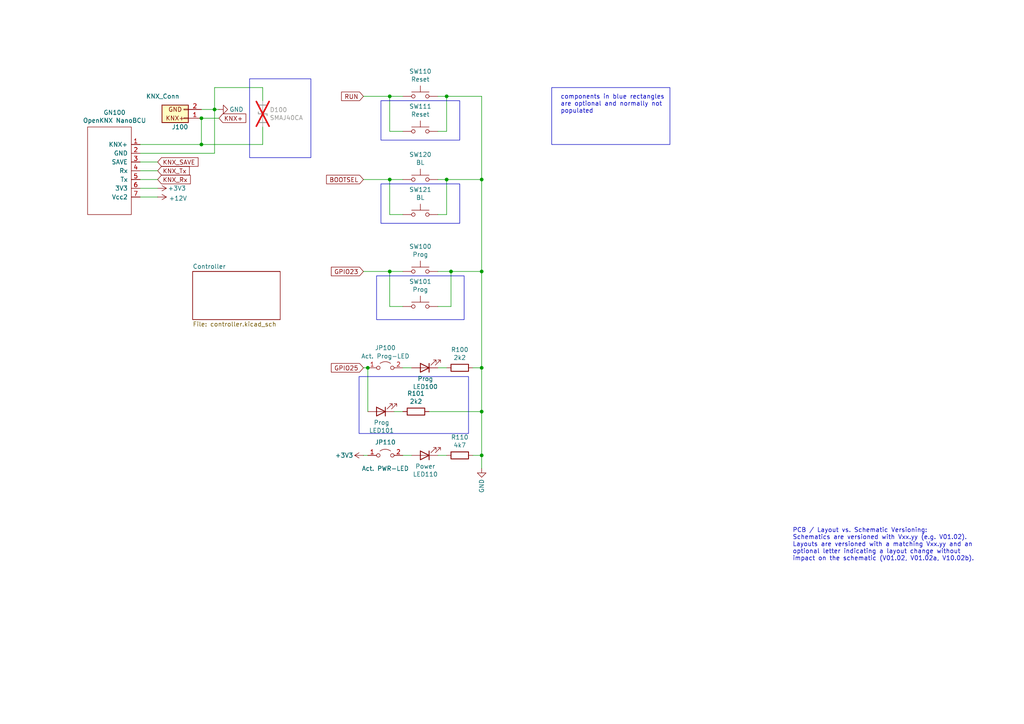
<source format=kicad_sch>
(kicad_sch (version 20231120) (generator "eeschema") (generator_version "8.0")
  (paper "A4")
  (title_block (title "REG1-Controller2040") (date "2024-12-30") (rev "V01.01") (company "OpenKNX") (comment 1 "by Ing-Dom <dom@ing-dom.de>") (comment 2 "OpenKNX Open Hardware under CC BY-NC-SA 4.0") (comment 3 "REG1-Controller with RP2040 and KNX-TP connectivity") (comment 4 "https://OpenKNX.de"))
  (lib_symbols
    (symbol "Device:D_TVS" (pin_numbers hide) (pin_names (offset 1.016) hide)
      (property "Reference" "D" (at 0 2.54 0))
      (property "Value" "D_TVS" (at 0 -2.54 0))
      (symbol "D_TVS_0_1"
        (polyline (pts (xy 1.27 0) (xy -1.27 0)))
        (polyline (pts (xy 0.508 1.27) (xy 0 1.27) (xy 0 -1.27) (xy -0.508 -1.27)) (stroke (width 0.254)))
        (polyline (pts (xy -2.54 1.27) (xy -2.54 -1.27) (xy 2.54 1.27) (xy 2.54 -1.27) (xy -2.54 1.27)) (stroke (width 0.254)))
      )
      (symbol "D_TVS_1_1"
        (pin passive line (at -3.81 0 0) (length 2.54) (name "A1") (number "1"))
        (pin passive line (at 3.81 0 180) (length 2.54) (name "A2") (number "2"))
      )
    )
    (symbol "Device:LED" (pin_numbers hide) (pin_names (offset 1.016) hide)
      (property "Reference" "D" (at 0 2.54 0))
      (property "Value" "LED" (at 0 -2.54 0))
      (symbol "LED_0_1"
        (polyline (pts (xy -1.27 -1.27) (xy -1.27 1.27)) (stroke (width 0.254)))
        (polyline (pts (xy -1.27 0) (xy 1.27 0)))
        (polyline (pts (xy 1.27 -1.27) (xy 1.27 1.27) (xy -1.27 0) (xy 1.27 -1.27)) (stroke (width 0.254)))
        (polyline (pts (xy -3.048 -0.762) (xy -4.572 -2.286) (xy -3.81 -2.286) (xy -4.572 -2.286) (xy -4.572 -1.524)))
        (polyline (pts (xy -1.778 -0.762) (xy -3.302 -2.286) (xy -2.54 -2.286) (xy -3.302 -2.286) (xy -3.302 -1.524)))
      )
      (symbol "LED_1_1"
        (pin passive line (at -3.81 0 0) (length 2.54) (name "K") (number "1"))
        (pin passive line (at 3.81 0 180) (length 2.54) (name "A") (number "2"))
      )
    )
    (symbol "Device:R" (pin_numbers hide) (pin_names (offset 0))
      (property "Reference" "R" (at 2.032 0 90))
      (property "Value" "R" (at 0 0 90))
      (symbol "R_0_1"
        (rectangle (start -1.016 -2.54) (end 1.016 2.54) (stroke (width 0.254)))
      )
      (symbol "R_1_1"
        (pin passive line (at 0 3.81 270) (length 1.27) (name "~") (number "1"))
        (pin passive line (at 0 -3.81 90) (length 1.27) (name "~") (number "2"))
      )
    )
    (symbol "Jumper:Jumper_2_Open" (pin_names (offset 0) hide)
      (property "Reference" "JP" (at 0 2.794 0))
      (property "Value" "Jumper_2_Open" (at 0 -2.286 0))
      (symbol "Jumper_2_Open_0_0"
        (circle (center -2.032 0) (radius 0.508))
        (circle (center 2.032 0) (radius 0.508))
      )
      (symbol "Jumper_2_Open_0_1"
        (arc (start 1.524 1.27) (mid 0 1.778) (end -1.524 1.27))
      )
      (symbol "Jumper_2_Open_1_1"
        (pin passive line (at -5.08 0 0) (length 2.54) (name "A") (number "1"))
        (pin passive line (at 5.08 0 180) (length 2.54) (name "B") (number "2"))
      )
    )
    (symbol "OpenKNX:Conn_KNX" (pin_names (offset 1.016) hide)
      (property "Reference" "J" (at 0 2.54 0))
      (property "Value" "Conn_KNX" (at 0 -5.08 0))
      (symbol "Conn_KNX_0_0"
        (text "GND" (at 2.54 -2.54 0) (effects (font (size 1.27 1.27))))
        (text "KNX+" (at 2.54 0 0) (effects (font (size 1.27 1.27))))
      )
      (symbol "Conn_KNX_1_1"
        (rectangle (start -1.27 -2.413) (end 0 -2.667) (stroke (width 0.1524)))
        (rectangle (start -1.27 0.127) (end 0 -0.127) (stroke (width 0.1524)))
        (rectangle (start -1.27 1.27) (end 6.35 -3.81) (stroke (width 0.254)) (fill (type background)))
        (pin passive line (at -5.08 0 0) (length 3.81) (name "Pin_1") (number "1"))
        (pin passive line (at -5.08 -2.54 0) (length 3.81) (name "Pin_2") (number "2"))
      )
    )
    (symbol "OpenKNX:OpenKNX_BCU" (pin_names (offset 1.016))
      (property "Reference" "GN" (at -5.08 13.97 0))
      (property "Value" "OpenKNX_BCU" (at -3.175 0 90))
      (symbol "OpenKNX_BCU_0_1"
        (rectangle (start 6.35 12.7) (end -6.35 -12.7))
      )
      (symbol "OpenKNX_BCU_1_1"
        (pin bidirectional line (at 8.89 7.62 180) (length 2.54) (name "KNX+") (number "1"))
        (pin bidirectional line (at 8.89 5.08 180) (length 2.54) (name "GND") (number "2"))
        (pin output line (at 8.89 2.54 180) (length 2.54) (name "SAVE") (number "3"))
        (pin input line (at 8.89 0 180) (length 2.54) (name "Rx") (number "4"))
        (pin output line (at 8.89 -2.54 180) (length 2.54) (name "Tx") (number "5"))
        (pin power_out line (at 8.89 -5.08 180) (length 2.54) (name "3V3") (number "6"))
        (pin power_out line (at 8.89 -7.62 180) (length 2.54) (name "Vcc2") (number "7"))
      )
    )
    (symbol "Switch:SW_Push" (pin_numbers hide) (pin_names (offset 1.016) hide)
      (property "Reference" "SW" (at 1.27 2.54 0))
      (property "Value" "SW_Push" (at 0 -1.524 0))
      (symbol "SW_Push_0_1"
        (circle (center -2.032 0) (radius 0.508))
        (polyline (pts (xy 0 1.27) (xy 0 3.048)))
        (polyline (pts (xy 2.54 1.27) (xy -2.54 1.27)))
        (circle (center 2.032 0) (radius 0.508))
        (pin passive line (at -5.08 0 0) (length 2.54) (name "1") (number "1"))
        (pin passive line (at 5.08 0 180) (length 2.54) (name "2") (number "2"))
      )
    )
    (symbol "power:+12V" (power) (pin_numbers hide) (pin_names (offset 0) hide)
      (property "Value" "+12V" (at 0 3.556 0))
      (symbol "+12V_0_1"
        (polyline (pts (xy -0.762 1.27) (xy 0 2.54)))
        (polyline (pts (xy 0 0) (xy 0 2.54)))
        (polyline (pts (xy 0 2.54) (xy 0.762 1.27)))
      )
      (symbol "+12V_1_1"
        (pin power_in line (at 0 0 90) (length 0) (name "~") (number "1"))
      )
    )
    (symbol "power:+3V3" (power) (pin_numbers hide) (pin_names (offset 0) hide)
      (property "Value" "+3V3" (at 0 3.556 0))
      (symbol "+3V3_0_1"
        (polyline (pts (xy -0.762 1.27) (xy 0 2.54)))
        (polyline (pts (xy 0 0) (xy 0 2.54)))
        (polyline (pts (xy 0 2.54) (xy 0.762 1.27)))
      )
      (symbol "+3V3_1_1"
        (pin power_in line (at 0 0 90) (length 0) (name "~") (number "1"))
      )
    )
    (symbol "power:GND" (power) (pin_numbers hide) (pin_names (offset 0) hide)
      (property "Value" "GND" (at 0 -3.81 0))
      (symbol "GND_0_1"
        (polyline (pts (xy 0 0) (xy 0 -1.27) (xy 1.27 -1.27) (xy 0 -2.54) (xy -1.27 -1.27) (xy 0 -1.27)))
      )
      (symbol "GND_1_1"
        (pin power_in line (at 0 0 270) (length 0) (name "~") (number "1"))
      )
    )
  )
  (junction (at 113.03 78.74))
  (junction (at 58.42 34.29))
  (junction (at 139.7 78.74))
  (junction (at 139.7 52.07))
  (junction (at 139.7 132.08))
  (junction (at 106.68 106.68))
  (junction (at 113.03 52.07))
  (junction (at 139.7 119.38))
  (junction (at 130.81 78.74))
  (junction (at 58.42 41.91))
  (junction (at 129.54 27.94))
  (junction (at 129.54 52.07))
  (junction (at 113.03 27.94))
  (junction (at 62.23 31.75))
  (junction (at 139.7 106.68))
  (wire (pts (xy 113.03 78.74) (xy 113.03 88.9)))
  (wire (pts (xy 40.64 46.99) (xy 45.72 46.99)))
  (wire (pts (xy 76.2 25.4) (xy 76.2 29.21)))
  (wire (pts (xy 127 132.08) (xy 129.54 132.08)))
  (wire (pts (xy 105.41 27.94) (xy 113.03 27.94)))
  (wire (pts (xy 113.03 52.07) (xy 113.03 62.23)))
  (wire (pts (xy 76.2 36.83) (xy 76.2 41.91)))
  (wire (pts (xy 40.64 52.07) (xy 45.72 52.07)))
  (wire (pts (xy 58.42 41.91) (xy 40.64 41.91)))
  (wire (pts (xy 139.7 27.94) (xy 139.7 52.07)))
  (wire (pts (xy 129.54 38.1) (xy 129.54 27.94)))
  (wire (pts (xy 106.68 106.68) (xy 106.68 119.38)))
  (wire (pts (xy 62.23 31.75) (xy 62.23 25.4)))
  (wire (pts (xy 116.84 132.08) (xy 119.38 132.08)))
  (wire (pts (xy 139.7 119.38) (xy 139.7 132.08)))
  (wire (pts (xy 58.42 31.75) (xy 62.23 31.75)))
  (wire (pts (xy 113.03 78.74) (xy 105.41 78.74)))
  (wire (pts (xy 129.54 62.23) (xy 129.54 52.07)))
  (wire (pts (xy 62.23 44.45) (xy 62.23 31.75)))
  (wire (pts (xy 113.03 88.9) (xy 116.84 88.9)))
  (wire (pts (xy 137.16 106.68) (xy 139.7 106.68)))
  (wire (pts (xy 116.84 78.74) (xy 113.03 78.74)))
  (wire (pts (xy 113.03 38.1) (xy 113.03 27.94)))
  (wire (pts (xy 113.03 62.23) (xy 116.84 62.23)))
  (wire (pts (xy 113.03 52.07) (xy 116.84 52.07)))
  (wire (pts (xy 62.23 25.4) (xy 76.2 25.4)))
  (wire (pts (xy 114.3 119.38) (xy 116.84 119.38)))
  (wire (pts (xy 105.41 106.68) (xy 106.68 106.68)))
  (wire (pts (xy 127 106.68) (xy 129.54 106.68)))
  (wire (pts (xy 105.41 52.07) (xy 113.03 52.07)))
  (wire (pts (xy 139.7 132.08) (xy 139.7 135.89)))
  (wire (pts (xy 127 52.07) (xy 129.54 52.07)))
  (wire (pts (xy 40.64 44.45) (xy 62.23 44.45)))
  (wire (pts (xy 76.2 41.91) (xy 58.42 41.91)))
  (wire (pts (xy 62.23 31.75) (xy 63.5 31.75)))
  (wire (pts (xy 130.81 88.9) (xy 130.81 78.74)))
  (wire (pts (xy 127 62.23) (xy 129.54 62.23)))
  (wire (pts (xy 130.81 78.74) (xy 139.7 78.74)))
  (wire (pts (xy 45.72 54.61) (xy 40.64 54.61)))
  (wire (pts (xy 105.41 132.08) (xy 106.68 132.08)))
  (wire (pts (xy 116.84 106.68) (xy 119.38 106.68)))
  (wire (pts (xy 129.54 27.94) (xy 139.7 27.94)))
  (wire (pts (xy 124.46 119.38) (xy 139.7 119.38)))
  (wire (pts (xy 116.84 38.1) (xy 113.03 38.1)))
  (wire (pts (xy 127 27.94) (xy 129.54 27.94)))
  (wire (pts (xy 129.54 52.07) (xy 139.7 52.07)))
  (wire (pts (xy 113.03 27.94) (xy 116.84 27.94)))
  (wire (pts (xy 127 78.74) (xy 130.81 78.74)))
  (wire (pts (xy 139.7 78.74) (xy 139.7 106.68)))
  (wire (pts (xy 127 38.1) (xy 129.54 38.1)))
  (wire (pts (xy 127 88.9) (xy 130.81 88.9)))
  (wire (pts (xy 139.7 52.07) (xy 139.7 78.74)))
  (wire (pts (xy 58.42 34.29) (xy 58.42 41.91)))
  (wire (pts (xy 58.42 34.29) (xy 63.5 34.29)))
  (wire (pts (xy 45.72 49.53) (xy 40.64 49.53)))
  (wire (pts (xy 139.7 119.38) (xy 139.7 106.68)))
  (wire (pts (xy 137.16 132.08) (xy 139.7 132.08)))
  (wire (pts (xy 40.64 57.15) (xy 45.72 57.15)))
  (rectangle (start 109.22 80.01) (end 134.62 92.71))
  (rectangle (start 104.14 109.22) (end 135.89 125.73))
  (rectangle (start 72.39 22.86) (end 90.17 45.72))
  (rectangle (start 110.49 29.21) (end 133.35 40.64))
  (rectangle (start 160.02 25.4) (end 194.31 41.91))
  (rectangle (start 110.49 53.34) (end 133.35 64.77))
  (text "components in blue rectangles\nare optional and normally not\npopulated" (at 162.56 33.02 0) (effects (font (size 1.27 1.27)) (justify left bottom)))
  (text "PCB / Layout vs. Schematic Versioning:\nSchematics are versioned with Vxx.yy (e.g. V01.02).\nLayouts are versioned with a matching Vxx.yy and an\noptional letter indicating a layout change without\nimpact on the schematic (V01.02, V01.02a, V10.02b)." (at 229.87 162.814 0) (effects (font (size 1.27 1.27)) (justify left bottom)))
  (global_label "KNX_SAVE" (shape input) (at 45.72 46.99 0) (property "Intersheetrefs" "${INTERSHEET_REFS}" (effects (hide yes))))
  (global_label "BOOTSEL" (shape input) (at 105.41 52.07 180) (property "Intersheetrefs" "${INTERSHEET_REFS}" (effects (hide yes))))
  (global_label "KNX+" (shape input) (at 63.5 34.29 0) (property "Intersheetrefs" "${INTERSHEET_REFS}" (effects (hide yes))))
  (global_label "GPIO23" (shape input) (at 105.41 78.74 180) (property "Intersheetrefs" "${INTERSHEET_REFS}" (effects (hide yes))))
  (global_label "KNX_Rx" (shape input) (at 45.72 52.07 0) (property "Intersheetrefs" "${INTERSHEET_REFS}" (effects (hide yes))))
  (global_label "RUN" (shape input) (at 105.41 27.94 180) (property "Intersheetrefs" "${INTERSHEET_REFS}" (effects (hide yes))))
  (global_label "KNX_Tx" (shape input) (at 45.72 49.53 0) (property "Intersheetrefs" "${INTERSHEET_REFS}" (effects (hide yes))))
  (global_label "GPIO25" (shape input) (at 105.41 106.68 180) (property "Intersheetrefs" "${INTERSHEET_REFS}" (effects (hide yes))))
  (symbol (lib_id "power:GND") (at 63.5 31.75 90) (unit 1)
    (property "Reference" "#PWR0103" (effects (hide yes)))
    (property "Value" "GND" (at 68.58 31.75 90))
    (property "Description" "Power symbol creates a global label with name \"GND\" , ground" (effects (hide yes)))
  )
  (symbol (lib_id "OpenKNX:Conn_KNX") (at 53.34 34.29 180) (unit 1) (in_bom no)
    (property "Reference" "J100" (at 54.61 36.83 0) (effects (justify left)))
    (property "Value" "KNX_Conn" (at 52.07 27.94 0) (effects (justify left)))
    (property "Footprint" "OpenKNX:KNX_Connector" (effects (hide yes)))
  )
  (symbol (lib_id "OpenKNX:OpenKNX_BCU") (at 31.75 49.53 0) (unit 1) (in_bom no)
    (property "Reference" "GN100" (at 33.2232 32.639 0))
    (property "Value" "OpenKNX NanoBCU" (at 33.2232 34.9504 0))
    (property "Footprint" "OpenKNX:NanoBCU2_Vertical_Slot_double" (effects (hide yes)))
  )
  (symbol (lib_id "power:+12V") (at 45.72 57.15 270) (unit 1)
    (property "Reference" "#PWR0102" (effects (hide yes)))
    (property "Value" "+12V" (at 48.9712 57.531 90) (effects (justify left)))
    (property "Description" "Power symbol creates a global label with name \"+12V\"" (effects (hide yes)))
  )
  (symbol (lib_id "Device:D_TVS") (at 76.2 33.02 270) (unit 1) (in_bom no) (dnp yes)
    (property "Reference" "D100" (at 78.2066 31.8516 90) (effects (justify left)))
    (property "Value" "SMAJ40CA" (at 78.2066 34.163 90) (effects (justify left)))
    (property "Footprint" "Diode_SMD:D_SMA" (effects (hide yes)))
  )
  (symbol (lib_id "Switch:SW_Push") (at 121.92 52.07 0) (unit 1)
    (property "Reference" "SW120" (at 121.92 44.831 0))
    (property "Value" "BL" (at 121.92 47.1424 0))
    (property "Footprint" "EasyEDAModLib:C455282_SW-SMD_4P-L4.2-W3.3-P2.15-LS5.1_Handsolder" (effects (hide yes)))
  )
  (symbol (lib_id "Switch:SW_Push") (at 121.92 78.74 0) (unit 1)
    (property "Reference" "SW100" (at 121.92 71.501 0))
    (property "Value" "Prog" (at 121.92 73.8124 0))
    (property "Footprint" "EasyEDAModLib:C455282_SW-SMD_4P-L4.2-W3.3-P2.15-LS5.1_Handsolder" (effects (hide yes)))
  )
  (symbol (lib_id "Device:LED") (at 123.19 106.68 180) (unit 1)
    (property "Reference" "LED100" (at 123.3678 112.1664 0))
    (property "Value" "Prog" (at 123.3678 109.855 0))
    (property "Footprint" "Diode_SMD:D_0603_1608Metric" (effects (hide yes)))
  )
  (symbol (lib_id "Device:R") (at 133.35 106.68 270) (unit 1)
    (property "Reference" "R100" (at 133.35 101.4222 90))
    (property "Value" "2k2" (at 133.35 103.7336 90))
    (property "Footprint" "Resistor_SMD:R_0402_1005Metric" (effects (hide yes)))
  )
  (symbol (lib_id "power:GND") (at 139.7 135.89 0) (unit 1)
    (property "Reference" "#PWR0110" (effects (hide yes)))
    (property "Value" "GND" (at 139.7 140.97 90))
    (property "Description" "Power symbol creates a global label with name \"GND\" , ground" (effects (hide yes)))
  )
  (symbol (lib_id "Switch:SW_Push") (at 121.92 27.94 0) (unit 1)
    (property "Reference" "SW110" (at 121.92 20.701 0))
    (property "Value" "Reset" (at 121.92 23.0124 0))
    (property "Footprint" "EasyEDAModLib:C455282_SW-SMD_4P-L4.2-W3.3-P2.15-LS5.1_Handsolder" (effects (hide yes)))
  )
  (symbol (lib_id "Switch:SW_Push") (at 121.92 38.1 0) (unit 1)
    (property "Reference" "SW111" (at 121.92 30.861 0))
    (property "Value" "Reset" (at 121.92 33.1724 0))
    (property "Footprint" "EasyEDAModLib:C455282_SW-SMD_4P-L4.2-W3.3-P2.15-LS5.1_Handsolder" (effects (hide yes)))
  )
  (symbol (lib_id "power:+3V3") (at 45.72 54.61 270) (unit 1)
    (property "Reference" "#PWR013" (effects (hide yes)))
    (property "Value" "+3V3" (at 51.308 54.61 90))
    (property "Description" "Power symbol creates a global label with name \"+3V3\"" (effects (hide yes)))
  )
  (symbol (lib_id "Switch:SW_Push") (at 121.92 88.9 0) (unit 1)
    (property "Reference" "SW101" (at 121.92 81.661 0))
    (property "Value" "Prog" (at 121.92 83.9724 0))
    (property "Footprint" "EasyEDAModLib:C455282_SW-SMD_4P-L4.2-W3.3-P2.15-LS5.1_Handsolder" (effects (hide yes)))
  )
  (symbol (lib_id "Switch:SW_Push") (at 121.92 62.23 0) (unit 1)
    (property "Reference" "SW121" (at 121.92 54.991 0))
    (property "Value" "BL" (at 121.92 57.3024 0))
    (property "Footprint" "EasyEDAModLib:C455282_SW-SMD_4P-L4.2-W3.3-P2.15-LS5.1_Handsolder" (effects (hide yes)))
  )
  (symbol (lib_id "Jumper:Jumper_2_Open") (at 111.76 106.68 0) (unit 1) (in_bom no)
    (property "Reference" "JP100" (at 111.76 100.8847 0))
    (property "Value" "Act. Prog-LED" (at 111.76 103.3089 0))
    (property "Footprint" "Jumper:SolderJumper-2_P1.3mm_Open_RoundedPad1.0x1.5mm" (effects (hide yes)))
  )
  (symbol (lib_id "power:+3V3") (at 105.41 132.08 90) (unit 1)
    (property "Reference" "#PWR010" (effects (hide yes)))
    (property "Value" "+3V3" (at 99.822 132.08 90))
    (property "Description" "Power symbol creates a global label with name \"+3V3\"" (effects (hide yes)))
  )
  (symbol (lib_id "Device:LED") (at 123.19 132.08 180) (unit 1)
    (property "Reference" "LED110" (at 123.3678 137.5664 0))
    (property "Value" "Power" (at 123.3678 135.255 0))
    (property "Footprint" "Diode_SMD:D_0603_1608Metric" (effects (hide yes)))
  )
  (symbol (lib_id "Device:R") (at 120.65 119.38 270) (unit 1)
    (property "Reference" "R101" (at 120.65 114.1222 90))
    (property "Value" "2k2" (at 120.65 116.4336 90))
    (property "Footprint" "Resistor_SMD:R_0805_2012Metric_Pad1.20x1.40mm_HandSolder" (effects (hide yes)))
  )
  (symbol (lib_id "Device:LED") (at 110.49 119.38 180) (unit 1)
    (property "Reference" "LED101" (at 110.6678 124.8664 0))
    (property "Value" "Prog" (at 110.6678 122.555 0))
    (property "Footprint" "Diode_SMD:D_0805_2012Metric_Pad1.15x1.40mm_HandSolder" (effects (hide yes)))
  )
  (symbol (lib_id "Device:R") (at 133.35 132.08 270) (unit 1)
    (property "Reference" "R110" (at 133.35 126.8222 90))
    (property "Value" "4k7" (at 133.35 129.1336 90))
    (property "Footprint" "Resistor_SMD:R_0402_1005Metric" (effects (hide yes)))
  )
  (symbol (lib_id "Jumper:Jumper_2_Open") (at 111.76 132.08 0) (unit 1) (in_bom no)
    (property "Reference" "JP110" (at 111.76 128.27 0))
    (property "Value" "Act. PWR-LED" (at 111.76 135.89 0))
    (property "Footprint" "Jumper:SolderJumper-2_P1.3mm_Open_RoundedPad1.0x1.5mm" (effects (hide yes)))
  )
  (sheet (at 55.88 78.74) (size 25.4 13.97)
    (property "Sheetname" "Controller" (at 55.88 78.0284 0) (effects (justify left bottom)))
    (property "Sheetfile" "controller.kicad_sch" (at 55.88 93.2946 0) (effects (justify left top)))
  )
)
</source>
